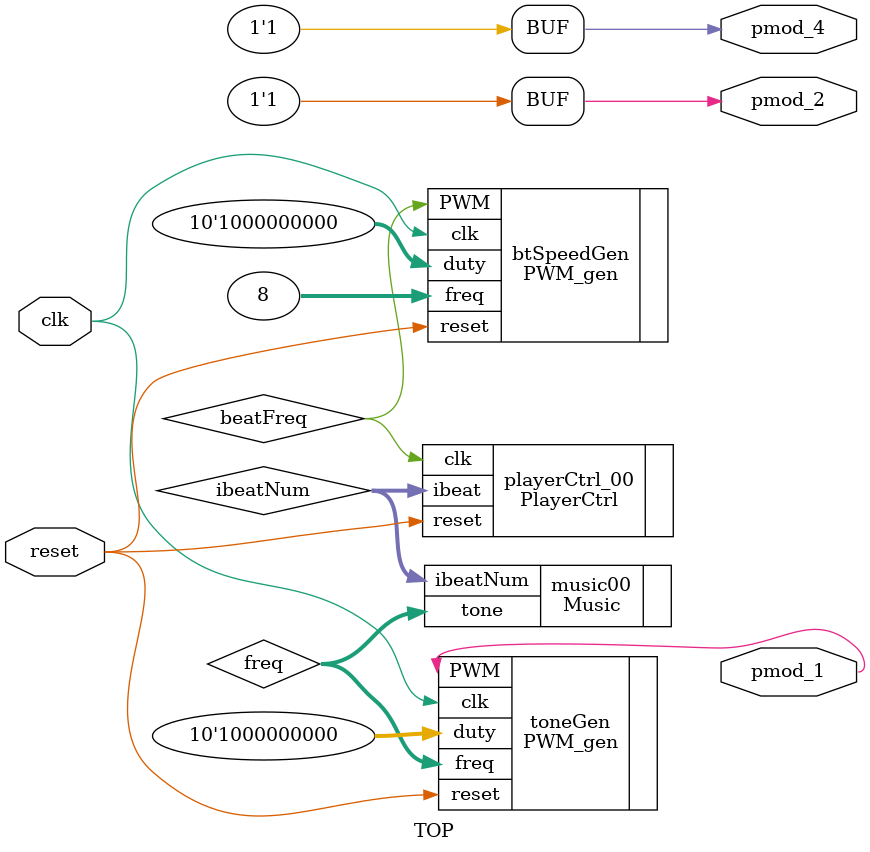
<source format=v>

module TOP (
	input clk,
	input reset,
	output pmod_1,
	output pmod_2,
	output pmod_4
);
parameter BEAT_FREQ = 32'd8;	//one beat=0.125sec
parameter DUTY_BEST = 10'd512;	//duty cycle=50%

wire [31:0] freq;
wire [7:0] ibeatNum;
wire beatFreq;

assign pmod_2 = 1'd1;	//no gain(6dB)
assign pmod_4 = 1'd1;	//turn-on

//Generate beat speed
PWM_gen btSpeedGen ( .clk(clk), 
					 .reset(reset),
					 .freq(BEAT_FREQ),
					 .duty(DUTY_BEST), 
					 .PWM(beatFreq)
);
	
//manipulate beat
PlayerCtrl playerCtrl_00 ( .clk(beatFreq),
						   .reset(reset),
						   .ibeat(ibeatNum)
);	
	
//Generate variant freq. of tones
Music music00 ( .ibeatNum(ibeatNum),
				.tone(freq)
);

// Generate particular freq. signal
PWM_gen toneGen ( .clk(clk), 
				  .reset(reset), 
				  .freq(freq),
				  .duty(DUTY_BEST), 
				  .PWM(pmod_1)
);
endmodule
</source>
